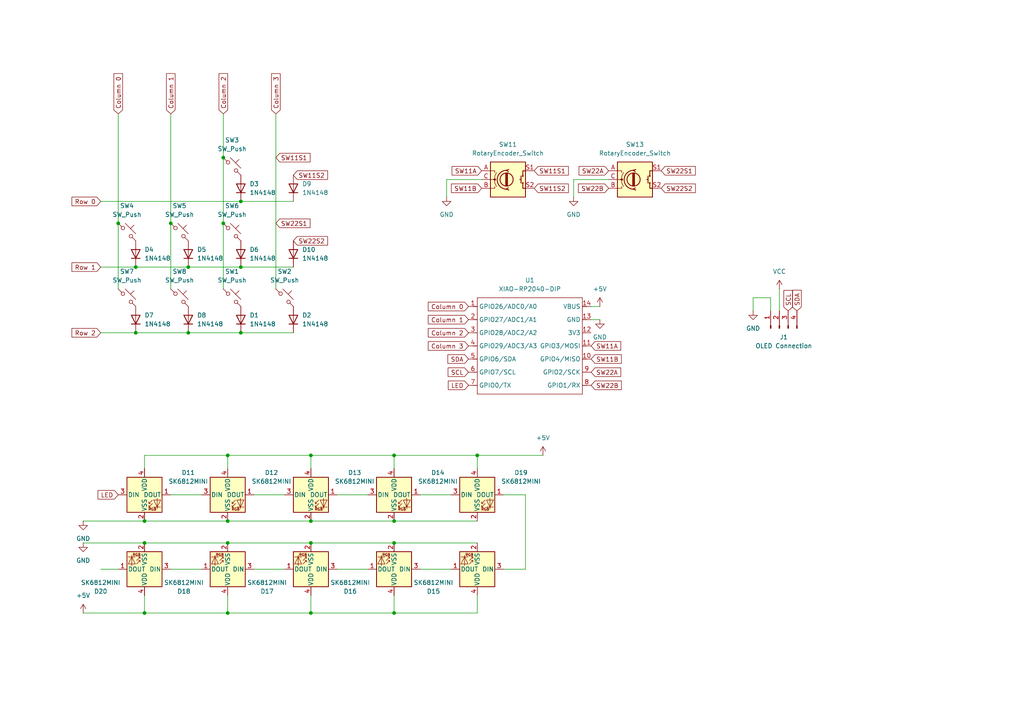
<source format=kicad_sch>
(kicad_sch (version 20250114) (generator "eeschema") (generator_version "9.0")
  (paper "A4")
  (lib_symbols
    (symbol "Connector:Conn_01x04_Pin" (pin_names (offset 1.016) (hide yes))
      (property "Reference" "J" (at 0 5.08 0))
      (property "Value" "Conn_01x04_Pin" (at 0 -7.62 0))
      (symbol "Conn_01x04_Pin_1_1"
        (rectangle (start 0.8636 2.667) (end 0 2.413) (stroke (width 0.1524)) (fill (type outline)))
        (rectangle (start 0.8636 0.127) (end 0 -0.127) (stroke (width 0.1524)) (fill (type outline)))
        (rectangle (start 0.8636 -2.413) (end 0 -2.667) (stroke (width 0.1524)) (fill (type outline)))
        (rectangle (start 0.8636 -4.953) (end 0 -5.207) (stroke (width 0.1524)) (fill (type outline)))
        (polyline (pts (xy 1.27 2.54) (xy 0.8636 2.54)) (stroke (width 0.1524)))
        (polyline (pts (xy 1.27 0) (xy 0.8636 0)) (stroke (width 0.1524)))
        (polyline (pts (xy 1.27 -2.54) (xy 0.8636 -2.54)) (stroke (width 0.1524)))
        (polyline (pts (xy 1.27 -5.08) (xy 0.8636 -5.08)) (stroke (width 0.1524)))
        (pin passive line (at 5.08 2.54 180) (length 3.81) (name "Pin_1") (number "1"))
        (pin passive line (at 5.08 0 180) (length 3.81) (name "Pin_2") (number "2"))
        (pin passive line (at 5.08 -2.54 180) (length 3.81) (name "Pin_3") (number "3"))
        (pin passive line (at 5.08 -5.08 180) (length 3.81) (name "Pin_4") (number "4"))
      )
    )
    (symbol "Device:RotaryEncoder_Switch" (pin_names (offset 0.254) (hide yes))
      (property "Reference" "SW" (at 0 6.604 0))
      (property "Value" "RotaryEncoder_Switch" (at 0 -6.604 0))
      (symbol "RotaryEncoder_Switch_0_1"
        (rectangle (start -5.08 5.08) (end 5.08 -5.08) (stroke (width 0.254)) (fill (type background)))
        (polyline (pts (xy -5.08 2.54) (xy -3.81 2.54) (xy -3.81 2.032)))
        (polyline (pts (xy -5.08 0) (xy -3.81 0) (xy -3.81 -1.016) (xy -3.302 -2.032)))
        (polyline (pts (xy -5.08 -2.54) (xy -3.81 -2.54) (xy -3.81 -2.032)))
        (polyline (pts (xy -4.318 0) (xy -3.81 0) (xy -3.81 1.016) (xy -3.302 2.032)))
        (circle (center -3.81 0) (radius 0.254) (fill (type outline)))
        (polyline (pts (xy -0.635 -1.778) (xy -0.635 1.778)) (stroke (width 0.254)))
        (circle (center -0.381 0) (radius 1.905) (stroke (width 0.254)))
        (polyline (pts (xy -0.381 -1.778) (xy -0.381 1.778)) (stroke (width 0.254)))
        (arc (start -0.381 -2.794) (mid -3.0988 -0.0635) (end -0.381 2.667) (stroke (width 0.254)))
        (polyline (pts (xy -0.127 1.778) (xy -0.127 -1.778)) (stroke (width 0.254)))
        (polyline (pts (xy 0.254 2.921) (xy -0.508 2.667) (xy 0.127 2.286)) (stroke (width 0.254)))
        (polyline (pts (xy 0.254 -3.048) (xy -0.508 -2.794) (xy 0.127 -2.413)) (stroke (width 0.254)))
        (polyline (pts (xy 3.81 1.016) (xy 3.81 -1.016)) (stroke (width 0.254)))
        (polyline (pts (xy 3.81 0) (xy 3.429 0)) (stroke (width 0.254)))
        (circle (center 4.318 1.016) (radius 0.127) (stroke (width 0.254)))
        (circle (center 4.318 -1.016) (radius 0.127) (stroke (width 0.254)))
        (polyline (pts (xy 5.08 2.54) (xy 4.318 2.54) (xy 4.318 1.016)) (stroke (width 0.254)))
        (polyline (pts (xy 5.08 -2.54) (xy 4.318 -2.54) (xy 4.318 -1.016)) (stroke (width 0.254)))
      )
      (symbol "RotaryEncoder_Switch_1_1"
        (pin passive line (at -7.62 2.54 0) (length 2.54) (name "A") (number "A"))
        (pin passive line (at -7.62 0 0) (length 2.54) (name "C") (number "C"))
        (pin passive line (at -7.62 -2.54 0) (length 2.54) (name "B") (number "B"))
        (pin passive line (at 7.62 2.54 180) (length 2.54) (name "S1") (number "S1"))
        (pin passive line (at 7.62 -2.54 180) (length 2.54) (name "S2") (number "S2"))
      )
    )
    (symbol "Diode:1N4148" (pin_numbers (hide yes)) (pin_names (hide yes))
      (property "Reference" "D" (at 0 2.54 0))
      (property "Value" "1N4148" (at 0 -2.54 0))
      (symbol "1N4148_0_1"
        (polyline (pts (xy -1.27 1.27) (xy -1.27 -1.27)) (stroke (width 0.254)))
        (polyline (pts (xy 1.27 1.27) (xy 1.27 -1.27) (xy -1.27 0) (xy 1.27 1.27)) (stroke (width 0.254)))
        (polyline (pts (xy 1.27 0) (xy -1.27 0)))
      )
      (symbol "1N4148_1_1"
        (pin passive line (at -3.81 0 0) (length 2.54) (name "K") (number "1"))
        (pin passive line (at 3.81 0 180) (length 2.54) (name "A") (number "2"))
      )
    )
    (symbol "LED:SK6812MINI" (pin_names (offset 0.254))
      (property "Reference" "D" (at 5.08 5.715 0))
      (property "Value" "SK6812MINI" (at 1.27 -5.715 0))
      (symbol "SK6812MINI_0_0"
        (text "RGB" (at 2.286 -4.191 0) (effects (font (size 0.762 0.762))))
      )
      (symbol "SK6812MINI_0_1"
        (polyline (pts (xy 1.27 -2.54) (xy 1.778 -2.54)))
        (polyline (pts (xy 1.27 -3.556) (xy 1.778 -3.556)))
        (polyline (pts (xy 2.286 -1.524) (xy 1.27 -2.54) (xy 1.27 -2.032)))
        (polyline (pts (xy 2.286 -2.54) (xy 1.27 -3.556) (xy 1.27 -3.048)))
        (polyline (pts (xy 3.683 -1.016) (xy 3.683 -3.556) (xy 3.683 -4.064)))
        (polyline (pts (xy 4.699 -1.524) (xy 2.667 -1.524) (xy 3.683 -3.556) (xy 4.699 -1.524)))
        (polyline (pts (xy 4.699 -3.556) (xy 2.667 -3.556)))
        (rectangle (start 5.08 5.08) (end -5.08 -5.08) (stroke (width 0.254)) (fill (type background)))
      )
      (symbol "SK6812MINI_1_1"
        (pin input line (at -7.62 0 0) (length 2.54) (name "DIN") (number "3"))
        (pin power_in line (at 0 7.62 270) (length 2.54) (name "VDD") (number "4"))
        (pin power_in line (at 0 -7.62 90) (length 2.54) (name "VSS") (number "2"))
        (pin output line (at 7.62 0 180) (length 2.54) (name "DOUT") (number "1"))
      )
    )
    (symbol "OPL:XIAO-RP2040-DIP"
      (property "Reference" "U" (at 0 0 0))
      (property "Value" "XIAO-RP2040-DIP" (at 5.334 -1.778 0))
      (symbol "XIAO-RP2040-DIP_1_0"
        (polyline (pts (xy -1.27 -2.54) (xy 29.21 -2.54)) (stroke (width 0.1524)))
        (polyline (pts (xy -1.27 -5.08) (xy -2.54 -5.08)) (stroke (width 0.1524)))
        (polyline (pts (xy -1.27 -5.08) (xy -1.27 -2.54)) (stroke (width 0.1524)))
        (polyline (pts (xy -1.27 -8.89) (xy -2.54 -8.89)) (stroke (width 0.1524)))
        (polyline (pts (xy -1.27 -8.89) (xy -1.27 -5.08)) (stroke (width 0.1524)))
        (polyline (pts (xy -1.27 -12.7) (xy -2.54 -12.7)) (stroke (width 0.1524)))
        (polyline (pts (xy -1.27 -12.7) (xy -1.27 -8.89)) (stroke (width 0.1524)))
        (polyline (pts (xy -1.27 -16.51) (xy -2.54 -16.51)) (stroke (width 0.1524)))
        (polyline (pts (xy -1.27 -16.51) (xy -1.27 -12.7)) (stroke (width 0.1524)))
        (polyline (pts (xy -1.27 -20.32) (xy -2.54 -20.32)) (stroke (width 0.1524)))
        (polyline (pts (xy -1.27 -24.13) (xy -2.54 -24.13)) (stroke (width 0.1524)))
        (polyline (pts (xy -1.27 -27.94) (xy -2.54 -27.94)) (stroke (width 0.1524)))
        (polyline (pts (xy -1.27 -30.48) (xy -1.27 -16.51)) (stroke (width 0.1524)))
        (polyline (pts (xy 29.21 -2.54) (xy 29.21 -5.08)) (stroke (width 0.1524)))
        (polyline (pts (xy 29.21 -5.08) (xy 29.21 -8.89)) (stroke (width 0.1524)))
        (polyline (pts (xy 29.21 -8.89) (xy 29.21 -12.7)) (stroke (width 0.1524)))
        (polyline (pts (xy 29.21 -12.7) (xy 29.21 -30.48)) (stroke (width 0.1524)))
        (polyline (pts (xy 29.21 -30.48) (xy -1.27 -30.48)) (stroke (width 0.1524)))
        (polyline (pts (xy 30.48 -5.08) (xy 29.21 -5.08)) (stroke (width 0.1524)))
        (polyline (pts (xy 30.48 -8.89) (xy 29.21 -8.89)) (stroke (width 0.1524)))
        (polyline (pts (xy 30.48 -12.7) (xy 29.21 -12.7)) (stroke (width 0.1524)))
        (polyline (pts (xy 30.48 -16.51) (xy 29.21 -16.51)) (stroke (width 0.1524)))
        (polyline (pts (xy 30.48 -20.32) (xy 29.21 -20.32)) (stroke (width 0.1524)))
        (polyline (pts (xy 30.48 -24.13) (xy 29.21 -24.13)) (stroke (width 0.1524)))
        (polyline (pts (xy 30.48 -27.94) (xy 29.21 -27.94)) (stroke (width 0.1524)))
        (pin passive line (at -3.81 -5.08 0) (length 2.54) (name "GPIO26/ADC0/A0") (number "1"))
        (pin passive line (at -3.81 -8.89 0) (length 2.54) (name "GPIO27/ADC1/A1") (number "2"))
        (pin passive line (at -3.81 -12.7 0) (length 2.54) (name "GPIO28/ADC2/A2") (number "3"))
        (pin passive line (at -3.81 -16.51 0) (length 2.54) (name "GPIO29/ADC3/A3") (number "4"))
        (pin passive line (at -3.81 -20.32 0) (length 2.54) (name "GPIO6/SDA") (number "5"))
        (pin passive line (at -3.81 -24.13 0) (length 2.54) (name "GPIO7/SCL") (number "6"))
        (pin passive line (at -3.81 -27.94 0) (length 2.54) (name "GPIO0/TX") (number "7"))
        (pin passive line (at 31.75 -5.08 180) (length 2.54) (name "VBUS") (number "14"))
        (pin passive line (at 31.75 -8.89 180) (length 2.54) (name "GND") (number "13"))
        (pin passive line (at 31.75 -12.7 180) (length 2.54) (name "3V3") (number "12"))
        (pin passive line (at 31.75 -16.51 180) (length 2.54) (name "GPIO3/MOSI") (number "11"))
        (pin passive line (at 31.75 -20.32 180) (length 2.54) (name "GPIO4/MISO") (number "10"))
        (pin passive line (at 31.75 -24.13 180) (length 2.54) (name "GPIO2/SCK") (number "9"))
        (pin passive line (at 31.75 -27.94 180) (length 2.54) (name "GPIO1/RX") (number "8"))
      )
    )
    (symbol "Switch:SW_Push_45deg" (pin_numbers (hide yes)) (pin_names (offset 1.016) (hide yes))
      (property "Reference" "SW" (at 3.048 1.016 0))
      (property "Value" "SW_Push_45deg" (at 0 -3.81 0))
      (symbol "SW_Push_45deg_0_1"
        (polyline (pts (xy -2.54 2.54) (xy -1.524 1.524) (xy -1.524 1.524)))
        (circle (center -1.1684 1.1684) (radius 0.508))
        (polyline (pts (xy -0.508 2.54) (xy 2.54 -0.508)))
        (polyline (pts (xy 1.016 1.016) (xy 2.032 2.032)))
        (circle (center 1.143 -1.1938) (radius 0.508))
        (polyline (pts (xy 1.524 -1.524) (xy 2.54 -2.54) (xy 2.54 -2.54) (xy 2.54 -2.54)))
        (pin passive line (at -2.54 2.54 0) (length 0) (name "1") (number "1"))
        (pin passive line (at 2.54 -2.54 180) (length 0) (name "2") (number "2"))
      )
    )
    (symbol "power:+5V" (power) (pin_numbers (hide yes)) (pin_names (offset 0) (hide yes))
      (property "Value" "+5V" (at 0 3.556 0))
      (symbol "+5V_0_1"
        (polyline (pts (xy -0.762 1.27) (xy 0 2.54)))
        (polyline (pts (xy 0 2.54) (xy 0.762 1.27)))
        (polyline (pts (xy 0 0) (xy 0 2.54)))
      )
      (symbol "+5V_1_1"
        (pin power_in line (at 0 0 90) (length 0) (name "~") (number "1"))
      )
    )
    (symbol "power:GND" (power) (pin_numbers (hide yes)) (pin_names (offset 0) (hide yes))
      (property "Value" "GND" (at 0 -3.81 0))
      (symbol "GND_0_1"
        (polyline (pts (xy 0 0) (xy 0 -1.27) (xy 1.27 -1.27) (xy 0 -2.54) (xy -1.27 -1.27) (xy 0 -1.27)))
      )
      (symbol "GND_1_1"
        (pin power_in line (at 0 0 270) (length 0) (name "~") (number "1"))
      )
    )
    (symbol "power:VCC" (power) (pin_numbers (hide yes)) (pin_names (offset 0) (hide yes))
      (property "Value" "VCC" (at 0 3.556 0))
      (symbol "VCC_0_1"
        (polyline (pts (xy -0.762 1.27) (xy 0 2.54)))
        (polyline (pts (xy 0 2.54) (xy 0.762 1.27)))
        (polyline (pts (xy 0 0) (xy 0 2.54)))
      )
      (symbol "VCC_1_1"
        (pin power_in line (at 0 0 90) (length 0) (name "~") (number "1"))
      )
    )
  )
  (junction (at 90.17 151.13))
  (junction (at 54.61 77.47))
  (junction (at 114.3 132.08))
  (junction (at 41.91 157.48))
  (junction (at 114.3 151.13))
  (junction (at 66.04 132.08))
  (junction (at 69.85 96.52))
  (junction (at 69.85 58.42))
  (junction (at 39.37 96.52))
  (junction (at 66.04 157.48))
  (junction (at 69.85 77.47))
  (junction (at 39.37 77.47))
  (junction (at 41.91 151.13))
  (junction (at 54.61 96.52))
  (junction (at 90.17 132.08))
  (junction (at 34.29 64.77))
  (junction (at 114.3 157.48))
  (junction (at 90.17 157.48))
  (junction (at 66.04 177.8))
  (junction (at 90.17 177.8))
  (junction (at 114.3 177.8))
  (junction (at 64.77 64.77))
  (junction (at 49.53 64.77))
  (junction (at 41.91 177.8))
  (junction (at 66.04 151.13))
  (junction (at 64.77 45.72))
  (junction (at 138.43 132.08))
  (wire (pts (xy 90.17 132.08) (xy 90.17 135.89)))
  (wire (pts (xy 69.85 96.52) (xy 85.09 96.52)))
  (wire (pts (xy 49.53 33.02) (xy 49.53 64.77)))
  (wire (pts (xy 90.17 172.72) (xy 90.17 177.8)))
  (wire (pts (xy 146.05 143.51) (xy 152.4 143.51)))
  (wire (pts (xy 24.13 151.13) (xy 41.91 151.13)))
  (wire (pts (xy 138.43 177.8) (xy 138.43 172.72)))
  (wire (pts (xy 226.06 83.82) (xy 226.06 90.17)))
  (wire (pts (xy 41.91 151.13) (xy 66.04 151.13)))
  (wire (pts (xy 41.91 177.8) (xy 66.04 177.8)))
  (wire (pts (xy 114.3 132.08) (xy 138.43 132.08)))
  (wire (pts (xy 173.99 88.9) (xy 171.45 88.9)))
  (wire (pts (xy 223.52 86.36) (xy 223.52 90.17)))
  (wire (pts (xy 114.3 151.13) (xy 138.43 151.13)))
  (wire (pts (xy 24.13 177.8) (xy 41.91 177.8)))
  (wire (pts (xy 29.21 77.47) (xy 39.37 77.47)))
  (wire (pts (xy 29.21 58.42) (xy 69.85 58.42)))
  (wire (pts (xy 138.43 132.08) (xy 157.48 132.08)))
  (wire (pts (xy 29.21 165.1) (xy 34.29 165.1)))
  (wire (pts (xy 29.21 96.52) (xy 39.37 96.52)))
  (wire (pts (xy 114.3 157.48) (xy 138.43 157.48)))
  (wire (pts (xy 97.79 143.51) (xy 106.68 143.51)))
  (wire (pts (xy 69.85 58.42) (xy 85.09 58.42)))
  (wire (pts (xy 97.79 165.1) (xy 106.68 165.1)))
  (wire (pts (xy 39.37 96.52) (xy 54.61 96.52)))
  (wire (pts (xy 114.3 132.08) (xy 114.3 135.89)))
  (wire (pts (xy 64.77 33.02) (xy 64.77 45.72)))
  (wire (pts (xy 49.53 64.77) (xy 49.53 83.82)))
  (wire (pts (xy 54.61 77.47) (xy 69.85 77.47)))
  (wire (pts (xy 54.61 96.52) (xy 69.85 96.52)))
  (wire (pts (xy 64.77 64.77) (xy 64.77 83.82)))
  (wire (pts (xy 218.44 90.17) (xy 218.44 86.36)))
  (wire (pts (xy 176.53 52.07) (xy 166.37 52.07)))
  (wire (pts (xy 171.45 92.71) (xy 173.99 92.71)))
  (wire (pts (xy 41.91 132.08) (xy 41.91 135.89)))
  (wire (pts (xy 90.17 151.13) (xy 114.3 151.13)))
  (wire (pts (xy 49.53 143.51) (xy 58.42 143.51)))
  (wire (pts (xy 49.53 165.1) (xy 58.42 165.1)))
  (wire (pts (xy 139.7 52.07) (xy 129.54 52.07)))
  (wire (pts (xy 69.85 77.47) (xy 85.09 77.47)))
  (wire (pts (xy 114.3 172.72) (xy 114.3 177.8)))
  (wire (pts (xy 41.91 157.48) (xy 66.04 157.48)))
  (wire (pts (xy 121.92 143.51) (xy 130.81 143.51)))
  (wire (pts (xy 80.01 33.02) (xy 80.01 83.82)))
  (wire (pts (xy 66.04 132.08) (xy 66.04 135.89)))
  (wire (pts (xy 218.44 86.36) (xy 223.52 86.36)))
  (wire (pts (xy 24.13 157.48) (xy 41.91 157.48)))
  (wire (pts (xy 73.66 143.51) (xy 82.55 143.51)))
  (wire (pts (xy 138.43 132.08) (xy 138.43 135.89)))
  (wire (pts (xy 41.91 132.08) (xy 66.04 132.08)))
  (wire (pts (xy 66.04 177.8) (xy 90.17 177.8)))
  (wire (pts (xy 114.3 177.8) (xy 138.43 177.8)))
  (wire (pts (xy 66.04 157.48) (xy 90.17 157.48)))
  (wire (pts (xy 166.37 52.07) (xy 166.37 57.15)))
  (wire (pts (xy 64.77 45.72) (xy 64.77 64.77)))
  (wire (pts (xy 90.17 157.48) (xy 114.3 157.48)))
  (wire (pts (xy 34.29 33.02) (xy 34.29 64.77)))
  (wire (pts (xy 129.54 52.07) (xy 129.54 57.15)))
  (wire (pts (xy 121.92 165.1) (xy 130.81 165.1)))
  (wire (pts (xy 90.17 132.08) (xy 114.3 132.08)))
  (wire (pts (xy 90.17 177.8) (xy 114.3 177.8)))
  (wire (pts (xy 39.37 77.47) (xy 54.61 77.47)))
  (wire (pts (xy 66.04 151.13) (xy 90.17 151.13)))
  (wire (pts (xy 73.66 165.1) (xy 82.55 165.1)))
  (wire (pts (xy 152.4 165.1) (xy 146.05 165.1)))
  (wire (pts (xy 34.29 64.77) (xy 34.29 83.82)))
  (wire (pts (xy 66.04 172.72) (xy 66.04 177.8)))
  (wire (pts (xy 41.91 172.72) (xy 41.91 177.8)))
  (wire (pts (xy 152.4 143.51) (xy 152.4 165.1)))
  (wire (pts (xy 66.04 132.08) (xy 90.17 132.08)))
  (global_label "SW22A" (shape input) (at 176.53 49.53 180) (property "Intersheetrefs" "${INTERSHEET_REFS}" (effects (hide yes))))
  (global_label "SW22S2" (shape input) (at 85.09 69.85 0) (property "Intersheetrefs" "${INTERSHEET_REFS}" (effects (hide yes))))
  (global_label "SW22B" (shape input) (at 171.45 111.76 0) (property "Intersheetrefs" "${INTERSHEET_REFS}" (effects (hide yes))))
  (global_label "Column 2" (shape input) (at 64.77 33.02 90) (property "Intersheetrefs" "${INTERSHEET_REFS}" (effects (hide yes))))
  (global_label "Column 0" (shape input) (at 135.89 88.9 180) (property "Intersheetrefs" "${INTERSHEET_REFS}" (effects (hide yes))))
  (global_label "Column 0" (shape input) (at 34.29 33.02 90) (property "Intersheetrefs" "${INTERSHEET_REFS}" (effects (hide yes))))
  (global_label "SW11A" (shape input) (at 171.45 100.33 0) (property "Intersheetrefs" "${INTERSHEET_REFS}" (effects (hide yes))))
  (global_label "Column 2" (shape input) (at 135.89 96.52 180) (property "Intersheetrefs" "${INTERSHEET_REFS}" (effects (hide yes))))
  (global_label "SCL" (shape input) (at 228.6 90.17 90) (property "Intersheetrefs" "${INTERSHEET_REFS}" (effects (hide yes))))
  (global_label "SW11A" (shape input) (at 139.7 49.53 180) (property "Intersheetrefs" "${INTERSHEET_REFS}" (effects (hide yes))))
  (global_label "Row 0" (shape input) (at 29.21 58.42 180) (property "Intersheetrefs" "${INTERSHEET_REFS}" (effects (hide yes))))
  (global_label "SW11B" (shape input) (at 171.45 104.14 0) (property "Intersheetrefs" "${INTERSHEET_REFS}" (effects (hide yes))))
  (global_label "SW11S1" (shape input) (at 154.94 49.53 0) (property "Intersheetrefs" "${INTERSHEET_REFS}" (effects (hide yes))))
  (global_label "SW22S1" (shape input) (at 80.01 64.77 0) (property "Intersheetrefs" "${INTERSHEET_REFS}" (effects (hide yes))))
  (global_label "SW22A" (shape input) (at 171.45 107.95 0) (property "Intersheetrefs" "${INTERSHEET_REFS}" (effects (hide yes))))
  (global_label "SW11S2" (shape input) (at 85.09 50.8 0) (property "Intersheetrefs" "${INTERSHEET_REFS}" (effects (hide yes))))
  (global_label "Row 1" (shape input) (at 29.21 77.47 180) (property "Intersheetrefs" "${INTERSHEET_REFS}" (effects (hide yes))))
  (global_label "LED" (shape input) (at 34.29 143.51 180) (property "Intersheetrefs" "${INTERSHEET_REFS}" (effects (hide yes))))
  (global_label "SCL" (shape input) (at 135.89 107.95 180) (property "Intersheetrefs" "${INTERSHEET_REFS}" (effects (hide yes))))
  (global_label "SW11S2" (shape input) (at 154.94 54.61 0) (property "Intersheetrefs" "${INTERSHEET_REFS}" (effects (hide yes))))
  (global_label "SDA" (shape input) (at 231.14 90.17 90) (property "Intersheetrefs" "${INTERSHEET_REFS}" (effects (hide yes))))
  (global_label "SW22S2" (shape input) (at 191.77 54.61 0) (property "Intersheetrefs" "${INTERSHEET_REFS}" (effects (hide yes))))
  (global_label "SW11B" (shape input) (at 139.7 54.61 180) (property "Intersheetrefs" "${INTERSHEET_REFS}" (effects (hide yes))))
  (global_label "LED" (shape input) (at 135.89 111.76 180) (property "Intersheetrefs" "${INTERSHEET_REFS}" (effects (hide yes))))
  (global_label "Column 1" (shape input) (at 49.53 33.02 90) (property "Intersheetrefs" "${INTERSHEET_REFS}" (effects (hide yes))))
  (global_label "Column 1" (shape input) (at 135.89 92.71 180) (property "Intersheetrefs" "${INTERSHEET_REFS}" (effects (hide yes))))
  (global_label "SW11S1" (shape input) (at 80.01 45.72 0) (property "Intersheetrefs" "${INTERSHEET_REFS}" (effects (hide yes))))
  (global_label "SW22B" (shape input) (at 176.53 54.61 180) (property "Intersheetrefs" "${INTERSHEET_REFS}" (effects (hide yes))))
  (global_label "Row 2" (shape input) (at 29.21 96.52 180) (property "Intersheetrefs" "${INTERSHEET_REFS}" (effects (hide yes))))
  (global_label "Column 3" (shape input) (at 80.01 33.02 90) (property "Intersheetrefs" "${INTERSHEET_REFS}" (effects (hide yes))))
  (global_label "Column 3" (shape input) (at 135.89 100.33 180) (property "Intersheetrefs" "${INTERSHEET_REFS}" (effects (hide yes))))
  (global_label "SW22S1" (shape input) (at 191.77 49.53 0) (property "Intersheetrefs" "${INTERSHEET_REFS}" (effects (hide yes))))
  (global_label "SDA" (shape input) (at 135.89 104.14 180) (property "Intersheetrefs" "${INTERSHEET_REFS}" (effects (hide yes))))
  (symbol (lib_id "Switch:SW_Push_45deg") (at 67.31 86.36 0) (unit 1)
    (property "Reference" "SW1" (at 67.31 78.74 0))
    (property "Value" "SW_Push" (at 67.31 81.28 0))
    (property "Footprint" "Button_Switch_Keyboard:SW_Cherry_MX_1.00u_PCB" (effects (hide yes)))
    (property "Description" "Push button switch, normally open, two pins, 45° tilted" (effects (hide yes)))
  )
  (symbol (lib_id "Diode:1N4148") (at 54.61 73.66 90) (unit 1)
    (property "Reference" "D5" (at 57.15 72.3899 90) (effects (justify right)))
    (property "Value" "1N4148" (at 57.15 74.9299 90) (effects (justify right)))
    (property "Footprint" "Diode_THT:D_DO-35_SOD27_P7.62mm_Horizontal" (effects (hide yes)))
    (property "Datasheet" "https://assets.nexperia.com/documents/data-sheet/1N4148_1N4448.pdf" (effects (hide yes)))
    (property "Description" "100V 0.15A standard switching diode, DO-35" (effects (hide yes)))
    (property "Sim.Device" "D" (effects (hide yes)))
    (property "Sim.Pins" "1=K 2=A" (effects (hide yes)))
  )
  (symbol (lib_id "power:+5V") (at 157.48 132.08 0) (unit 1)
    (property "Reference" "#PWR07" (effects (hide yes)))
    (property "Value" "+5V" (at 157.48 127 0))
    (property "Description" "Power symbol creates a global label with name \"+5V\"" (effects (hide yes)))
  )
  (symbol (lib_id "Diode:1N4148") (at 39.37 73.66 90) (unit 1)
    (property "Reference" "D4" (at 41.91 72.3899 90) (effects (justify right)))
    (property "Value" "1N4148" (at 41.91 74.9299 90) (effects (justify right)))
    (property "Footprint" "Diode_THT:D_DO-35_SOD27_P7.62mm_Horizontal" (effects (hide yes)))
    (property "Datasheet" "https://assets.nexperia.com/documents/data-sheet/1N4148_1N4448.pdf" (effects (hide yes)))
    (property "Description" "100V 0.15A standard switching diode, DO-35" (effects (hide yes)))
    (property "Sim.Device" "D" (effects (hide yes)))
    (property "Sim.Pins" "1=K 2=A" (effects (hide yes)))
  )
  (symbol (lib_id "LED:SK6812MINI") (at 138.43 143.51 0) (unit 1)
    (property "Reference" "D19" (at 151.13 137.0898 0))
    (property "Value" "SK6812MINI" (at 151.13 139.6298 0))
    (property "Footprint" "LED_SMD:LED_SK6812MINI_PLCC4_3.5x3.5mm_P1.75mm" (effects (hide yes)))
    (property "Datasheet" "https://cdn-shop.adafruit.com/product-files/2686/SK6812MINI_REV.01-1-2.pdf" (effects (hide yes)))
    (property "Description" "RGB LED with integrated controller" (effects (hide yes)))
  )
  (symbol (lib_id "power:GND") (at 218.44 90.17 0) (unit 1)
    (property "Reference" "#PWR01" (effects (hide yes)))
    (property "Value" "GND" (at 218.44 95.25 0))
    (property "Description" "Power symbol creates a global label with name \"GND\" , ground" (effects (hide yes)))
  )
  (symbol (lib_id "power:GND") (at 24.13 157.48 0) (unit 1)
    (property "Reference" "#PWR010" (effects (hide yes)))
    (property "Value" "GND" (at 24.13 162.56 0))
    (property "Description" "Power symbol creates a global label with name \"GND\" , ground" (effects (hide yes)))
  )
  (symbol (lib_id "Diode:1N4148") (at 54.61 92.71 90) (unit 1)
    (property "Reference" "D8" (at 57.15 91.4399 90) (effects (justify right)))
    (property "Value" "1N4148" (at 57.15 93.9799 90) (effects (justify right)))
    (property "Footprint" "Diode_THT:D_DO-35_SOD27_P7.62mm_Horizontal" (effects (hide yes)))
    (property "Datasheet" "https://assets.nexperia.com/documents/data-sheet/1N4148_1N4448.pdf" (effects (hide yes)))
    (property "Description" "100V 0.15A standard switching diode, DO-35" (effects (hide yes)))
    (property "Sim.Device" "D" (effects (hide yes)))
    (property "Sim.Pins" "1=K 2=A" (effects (hide yes)))
  )
  (symbol (lib_id "LED:SK6812MINI") (at 114.3 143.51 0) (unit 1)
    (property "Reference" "D14" (at 127 137.0898 0))
    (property "Value" "SK6812MINI" (at 127 139.6298 0))
    (property "Footprint" "LED_SMD:LED_SK6812MINI_PLCC4_3.5x3.5mm_P1.75mm" (effects (hide yes)))
    (property "Datasheet" "https://cdn-shop.adafruit.com/product-files/2686/SK6812MINI_REV.01-1-2.pdf" (effects (hide yes)))
    (property "Description" "RGB LED with integrated controller" (effects (hide yes)))
  )
  (symbol (lib_id "Device:RotaryEncoder_Switch") (at 147.32 52.07 0) (unit 1)
    (property "Reference" "SW11" (at 147.32 41.91 0))
    (property "Value" "RotaryEncoder_Switch" (at 147.32 44.45 0))
    (property "Footprint" "Rotary_Encoder:RotaryEncoder_Alps_EC11E-Switch_Vertical_H20mm" (effects (hide yes)))
    (property "Description" "Rotary encoder, dual channel, incremental quadrate outputs, with switch" (effects (hide yes)))
  )
  (symbol (lib_id "power:+5V") (at 173.99 88.9 0) (unit 1)
    (property "Reference" "#PWR02" (effects (hide yes)))
    (property "Value" "+5V" (at 173.99 83.82 0))
    (property "Description" "Power symbol creates a global label with name \"+5V\"" (effects (hide yes)))
  )
  (symbol (lib_id "power:VCC") (at 226.06 83.82 0) (unit 1)
    (property "Reference" "#PWR04" (effects (hide yes)))
    (property "Value" "VCC" (at 226.06 78.74 0))
    (property "Description" "Power symbol creates a global label with name \"VCC\"" (effects (hide yes)))
  )
  (symbol (lib_id "Diode:1N4148") (at 85.09 54.61 90) (unit 1)
    (property "Reference" "D9" (at 87.63 53.3399 90) (effects (justify right)))
    (property "Value" "1N4148" (at 87.63 55.8799 90) (effects (justify right)))
    (property "Footprint" "Diode_THT:D_DO-35_SOD27_P7.62mm_Horizontal" (effects (hide yes)))
    (property "Datasheet" "https://assets.nexperia.com/documents/data-sheet/1N4148_1N4448.pdf" (effects (hide yes)))
    (property "Description" "100V 0.15A standard switching diode, DO-35" (effects (hide yes)))
    (property "Sim.Device" "D" (effects (hide yes)))
    (property "Sim.Pins" "1=K 2=A" (effects (hide yes)))
  )
  (symbol (lib_id "LED:SK6812MINI") (at 90.17 165.1 180) (unit 1)
    (property "Reference" "D17" (at 77.47 171.5202 0))
    (property "Value" "SK6812MINI" (at 77.47 168.9802 0))
    (property "Footprint" "LED_SMD:LED_SK6812MINI_PLCC4_3.5x3.5mm_P1.75mm" (effects (hide yes)))
    (property "Datasheet" "https://cdn-shop.adafruit.com/product-files/2686/SK6812MINI_REV.01-1-2.pdf" (effects (hide yes)))
    (property "Description" "RGB LED with integrated controller" (effects (hide yes)))
  )
  (symbol (lib_id "power:+5V") (at 24.13 177.8 0) (unit 1)
    (property "Reference" "#PWR08" (effects (hide yes)))
    (property "Value" "+5V" (at 24.13 172.72 0))
    (property "Description" "Power symbol creates a global label with name \"+5V\"" (effects (hide yes)))
  )
  (symbol (lib_id "LED:SK6812MINI") (at 114.3 165.1 180) (unit 1)
    (property "Reference" "D16" (at 101.6 171.5202 0))
    (property "Value" "SK6812MINI" (at 101.6 168.9802 0))
    (property "Footprint" "LED_SMD:LED_SK6812MINI_PLCC4_3.5x3.5mm_P1.75mm" (effects (hide yes)))
    (property "Datasheet" "https://cdn-shop.adafruit.com/product-files/2686/SK6812MINI_REV.01-1-2.pdf" (effects (hide yes)))
    (property "Description" "RGB LED with integrated controller" (effects (hide yes)))
  )
  (symbol (lib_id "Switch:SW_Push_45deg") (at 52.07 67.31 0) (unit 1)
    (property "Reference" "SW5" (at 52.07 59.69 0))
    (property "Value" "SW_Push" (at 52.07 62.23 0))
    (property "Footprint" "Button_Switch_Keyboard:SW_Cherry_MX_1.00u_PCB" (effects (hide yes)))
    (property "Description" "Push button switch, normally open, two pins, 45° tilted" (effects (hide yes)))
  )
  (symbol (lib_id "Diode:1N4148") (at 85.09 73.66 90) (unit 1)
    (property "Reference" "D10" (at 87.63 72.3899 90) (effects (justify right)))
    (property "Value" "1N4148" (at 87.63 74.9299 90) (effects (justify right)))
    (property "Footprint" "Diode_THT:D_DO-35_SOD27_P7.62mm_Horizontal" (effects (hide yes)))
    (property "Datasheet" "https://assets.nexperia.com/documents/data-sheet/1N4148_1N4448.pdf" (effects (hide yes)))
    (property "Description" "100V 0.15A standard switching diode, DO-35" (effects (hide yes)))
    (property "Sim.Device" "D" (effects (hide yes)))
    (property "Sim.Pins" "1=K 2=A" (effects (hide yes)))
  )
  (symbol (lib_id "LED:SK6812MINI") (at 66.04 165.1 180) (unit 1)
    (property "Reference" "D18" (at 53.34 171.5202 0))
    (property "Value" "SK6812MINI" (at 53.34 168.9802 0))
    (property "Footprint" "LED_SMD:LED_SK6812MINI_PLCC4_3.5x3.5mm_P1.75mm" (effects (hide yes)))
    (property "Datasheet" "https://cdn-shop.adafruit.com/product-files/2686/SK6812MINI_REV.01-1-2.pdf" (effects (hide yes)))
    (property "Description" "RGB LED with integrated controller" (effects (hide yes)))
  )
  (symbol (lib_id "Diode:1N4148") (at 69.85 54.61 90) (unit 1)
    (property "Reference" "D3" (at 72.39 53.3399 90) (effects (justify right)))
    (property "Value" "1N4148" (at 72.39 55.8799 90) (effects (justify right)))
    (property "Footprint" "Diode_THT:D_DO-35_SOD27_P7.62mm_Horizontal" (effects (hide yes)))
    (property "Datasheet" "https://assets.nexperia.com/documents/data-sheet/1N4148_1N4448.pdf" (effects (hide yes)))
    (property "Description" "100V 0.15A standard switching diode, DO-35" (effects (hide yes)))
    (property "Sim.Device" "D" (effects (hide yes)))
    (property "Sim.Pins" "1=K 2=A" (effects (hide yes)))
  )
  (symbol (lib_id "Switch:SW_Push_45deg") (at 67.31 48.26 0) (unit 1)
    (property "Reference" "SW3" (at 67.31 40.64 0))
    (property "Value" "SW_Push" (at 67.31 43.18 0))
    (property "Footprint" "Button_Switch_Keyboard:SW_Cherry_MX_1.00u_PCB" (effects (hide yes)))
    (property "Description" "Push button switch, normally open, two pins, 45° tilted" (effects (hide yes)))
  )
  (symbol (lib_id "power:GND") (at 24.13 151.13 0) (unit 1)
    (property "Reference" "#PWR09" (effects (hide yes)))
    (property "Value" "GND" (at 24.13 156.21 0))
    (property "Description" "Power symbol creates a global label with name \"GND\" , ground" (effects (hide yes)))
  )
  (symbol (lib_id "power:GND") (at 173.99 92.71 0) (unit 1)
    (property "Reference" "#PWR03" (effects (hide yes)))
    (property "Value" "GND" (at 173.99 97.79 0))
    (property "Description" "Power symbol creates a global label with name \"GND\" , ground" (effects (hide yes)))
  )
  (symbol (lib_id "LED:SK6812MINI") (at 41.91 143.51 0) (unit 1)
    (property "Reference" "D11" (at 54.61 137.0898 0))
    (property "Value" "SK6812MINI" (at 54.61 139.6298 0))
    (property "Footprint" "LED_SMD:LED_SK6812MINI_PLCC4_3.5x3.5mm_P1.75mm" (effects (hide yes)))
    (property "Datasheet" "https://cdn-shop.adafruit.com/product-files/2686/SK6812MINI_REV.01-1-2.pdf" (effects (hide yes)))
    (property "Description" "RGB LED with integrated controller" (effects (hide yes)))
  )
  (symbol (lib_id "power:GND") (at 166.37 57.15 0) (unit 1)
    (property "Reference" "#PWR06" (effects (hide yes)))
    (property "Value" "GND" (at 166.37 62.23 0))
    (property "Description" "Power symbol creates a global label with name \"GND\" , ground" (effects (hide yes)))
  )
  (symbol (lib_id "Diode:1N4148") (at 69.85 73.66 90) (unit 1)
    (property "Reference" "D6" (at 72.39 72.3899 90) (effects (justify right)))
    (property "Value" "1N4148" (at 72.39 74.9299 90) (effects (justify right)))
    (property "Footprint" "Diode_THT:D_DO-35_SOD27_P7.62mm_Horizontal" (effects (hide yes)))
    (property "Datasheet" "https://assets.nexperia.com/documents/data-sheet/1N4148_1N4448.pdf" (effects (hide yes)))
    (property "Description" "100V 0.15A standard switching diode, DO-35" (effects (hide yes)))
    (property "Sim.Device" "D" (effects (hide yes)))
    (property "Sim.Pins" "1=K 2=A" (effects (hide yes)))
  )
  (symbol (lib_id "Switch:SW_Push_45deg") (at 67.31 67.31 0) (unit 1)
    (property "Reference" "SW6" (at 67.31 59.69 0))
    (property "Value" "SW_Push" (at 67.31 62.23 0))
    (property "Footprint" "Button_Switch_Keyboard:SW_Cherry_MX_1.00u_PCB" (effects (hide yes)))
    (property "Description" "Push button switch, normally open, two pins, 45° tilted" (effects (hide yes)))
  )
  (symbol (lib_id "Switch:SW_Push_45deg") (at 36.83 67.31 0) (unit 1)
    (property "Reference" "SW4" (at 36.83 59.69 0))
    (property "Value" "SW_Push" (at 36.83 62.23 0))
    (property "Footprint" "Button_Switch_Keyboard:SW_Cherry_MX_1.00u_PCB" (effects (hide yes)))
    (property "Description" "Push button switch, normally open, two pins, 45° tilted" (effects (hide yes)))
  )
  (symbol (lib_id "Diode:1N4148") (at 39.37 92.71 90) (unit 1)
    (property "Reference" "D7" (at 41.91 91.4399 90) (effects (justify right)))
    (property "Value" "1N4148" (at 41.91 93.9799 90) (effects (justify right)))
    (property "Footprint" "Diode_THT:D_DO-35_SOD27_P7.62mm_Horizontal" (effects (hide yes)))
    (property "Datasheet" "https://assets.nexperia.com/documents/data-sheet/1N4148_1N4448.pdf" (effects (hide yes)))
    (property "Description" "100V 0.15A standard switching diode, DO-35" (effects (hide yes)))
    (property "Sim.Device" "D" (effects (hide yes)))
    (property "Sim.Pins" "1=K 2=A" (effects (hide yes)))
  )
  (symbol (lib_id "LED:SK6812MINI") (at 41.91 165.1 180) (unit 1)
    (property "Reference" "D20" (at 29.21 171.5202 0))
    (property "Value" "SK6812MINI" (at 29.21 168.9802 0))
    (property "Footprint" "LED_SMD:LED_SK6812MINI_PLCC4_3.5x3.5mm_P1.75mm" (effects (hide yes)))
    (property "Datasheet" "https://cdn-shop.adafruit.com/product-files/2686/SK6812MINI_REV.01-1-2.pdf" (effects (hide yes)))
    (property "Description" "RGB LED with integrated controller" (effects (hide yes)))
  )
  (symbol (lib_id "LED:SK6812MINI") (at 90.17 143.51 0) (unit 1)
    (property "Reference" "D13" (at 102.87 137.0898 0))
    (property "Value" "SK6812MINI" (at 102.87 139.6298 0))
    (property "Footprint" "LED_SMD:LED_SK6812MINI_PLCC4_3.5x3.5mm_P1.75mm" (effects (hide yes)))
    (property "Datasheet" "https://cdn-shop.adafruit.com/product-files/2686/SK6812MINI_REV.01-1-2.pdf" (effects (hide yes)))
    (property "Description" "RGB LED with integrated controller" (effects (hide yes)))
  )
  (symbol (lib_id "LED:SK6812MINI") (at 66.04 143.51 0) (unit 1)
    (property "Reference" "D12" (at 78.74 137.0898 0))
    (property "Value" "SK6812MINI" (at 78.74 139.6298 0))
    (property "Footprint" "LED_SMD:LED_SK6812MINI_PLCC4_3.5x3.5mm_P1.75mm" (effects (hide yes)))
    (property "Datasheet" "https://cdn-shop.adafruit.com/product-files/2686/SK6812MINI_REV.01-1-2.pdf" (effects (hide yes)))
    (property "Description" "RGB LED with integrated controller" (effects (hide yes)))
  )
  (symbol (lib_id "Switch:SW_Push_45deg") (at 36.83 86.36 0) (unit 1)
    (property "Reference" "SW7" (at 36.83 78.74 0))
    (property "Value" "SW_Push" (at 36.83 81.28 0))
    (property "Footprint" "Button_Switch_Keyboard:SW_Cherry_MX_1.00u_PCB" (effects (hide yes)))
    (property "Description" "Push button switch, normally open, two pins, 45° tilted" (effects (hide yes)))
  )
  (symbol (lib_id "Connector:Conn_01x04_Pin") (at 226.06 95.25 90) (unit 1)
    (property "Reference" "J1" (at 227.33 97.79 90))
    (property "Value" "OLED Connection" (at 227.33 100.33 90))
    (property "Footprint" "OLED0.91:SSD1306-0.91-OLED-4pin-128x32" (effects (hide yes)))
    (property "Description" "Generic connector, single row, 01x04, script generated" (effects (hide yes)))
  )
  (symbol (lib_id "Switch:SW_Push_45deg") (at 82.55 86.36 0) (unit 1)
    (property "Reference" "SW2" (at 82.55 78.74 0))
    (property "Value" "SW_Push" (at 82.55 81.28 0))
    (property "Footprint" "Button_Switch_Keyboard:SW_Cherry_MX_1.00u_PCB" (effects (hide yes)))
    (property "Description" "Push button switch, normally open, two pins, 45° tilted" (effects (hide yes)))
  )
  (symbol (lib_id "OPL:XIAO-RP2040-DIP") (at 139.7 83.82 0) (unit 1)
    (property "Reference" "U1" (at 153.67 81.28 0))
    (property "Value" "XIAO-RP2040-DIP" (at 153.67 83.82 0))
    (property "Footprint" "OPL:XIAO-RP2040-DIP" (effects (hide yes)))
  )
  (symbol (lib_id "Switch:SW_Push_45deg") (at 52.07 86.36 0) (unit 1)
    (property "Reference" "SW8" (at 52.07 78.74 0))
    (property "Value" "SW_Push" (at 52.07 81.28 0))
    (property "Footprint" "Button_Switch_Keyboard:SW_Cherry_MX_1.00u_PCB" (effects (hide yes)))
    (property "Description" "Push button switch, normally open, two pins, 45° tilted" (effects (hide yes)))
  )
  (symbol (lib_id "LED:SK6812MINI") (at 138.43 165.1 180) (unit 1)
    (property "Reference" "D15" (at 125.73 171.5202 0))
    (property "Value" "SK6812MINI" (at 125.73 168.9802 0))
    (property "Footprint" "LED_SMD:LED_SK6812MINI_PLCC4_3.5x3.5mm_P1.75mm" (effects (hide yes)))
    (property "Datasheet" "https://cdn-shop.adafruit.com/product-files/2686/SK6812MINI_REV.01-1-2.pdf" (effects (hide yes)))
    (property "Description" "RGB LED with integrated controller" (effects (hide yes)))
  )
  (symbol (lib_id "Diode:1N4148") (at 85.09 92.71 90) (unit 1)
    (property "Reference" "D2" (at 87.63 91.4399 90) (effects (justify right)))
    (property "Value" "1N4148" (at 87.63 93.9799 90) (effects (justify right)))
    (property "Footprint" "Diode_THT:D_DO-35_SOD27_P7.62mm_Horizontal" (effects (hide yes)))
    (property "Datasheet" "https://assets.nexperia.com/documents/data-sheet/1N4148_1N4448.pdf" (effects (hide yes)))
    (property "Description" "100V 0.15A standard switching diode, DO-35" (effects (hide yes)))
    (property "Sim.Device" "D" (effects (hide yes)))
    (property "Sim.Pins" "1=K 2=A" (effects (hide yes)))
  )
  (symbol (lib_id "Device:RotaryEncoder_Switch") (at 184.15 52.07 0) (unit 1)
    (property "Reference" "SW13" (at 184.15 41.91 0))
    (property "Value" "RotaryEncoder_Switch" (at 184.15 44.45 0))
    (property "Footprint" "Rotary_Encoder:RotaryEncoder_Alps_EC11E-Switch_Vertical_H20mm" (effects (hide yes)))
    (property "Description" "Rotary encoder, dual channel, incremental quadrate outputs, with switch" (effects (hide yes)))
  )
  (symbol (lib_id "power:GND") (at 129.54 57.15 0) (unit 1)
    (property "Reference" "#PWR05" (effects (hide yes)))
    (property "Value" "GND" (at 129.54 62.23 0))
    (property "Description" "Power symbol creates a global label with name \"GND\" , ground" (effects (hide yes)))
  )
  (symbol (lib_id "Diode:1N4148") (at 69.85 92.71 90) (unit 1)
    (property "Reference" "D1" (at 72.39 91.4399 90) (effects (justify right)))
    (property "Value" "1N4148" (at 72.39 93.9799 90) (effects (justify right)))
    (property "Footprint" "Diode_THT:D_DO-35_SOD27_P7.62mm_Horizontal" (effects (hide yes)))
    (property "Datasheet" "https://assets.nexperia.com/documents/data-sheet/1N4148_1N4448.pdf" (effects (hide yes)))
    (property "Description" "100V 0.15A standard switching diode, DO-35" (effects (hide yes)))
    (property "Sim.Device" "D" (effects (hide yes)))
    (property "Sim.Pins" "1=K 2=A" (effects (hide yes)))
  )
)
</source>
